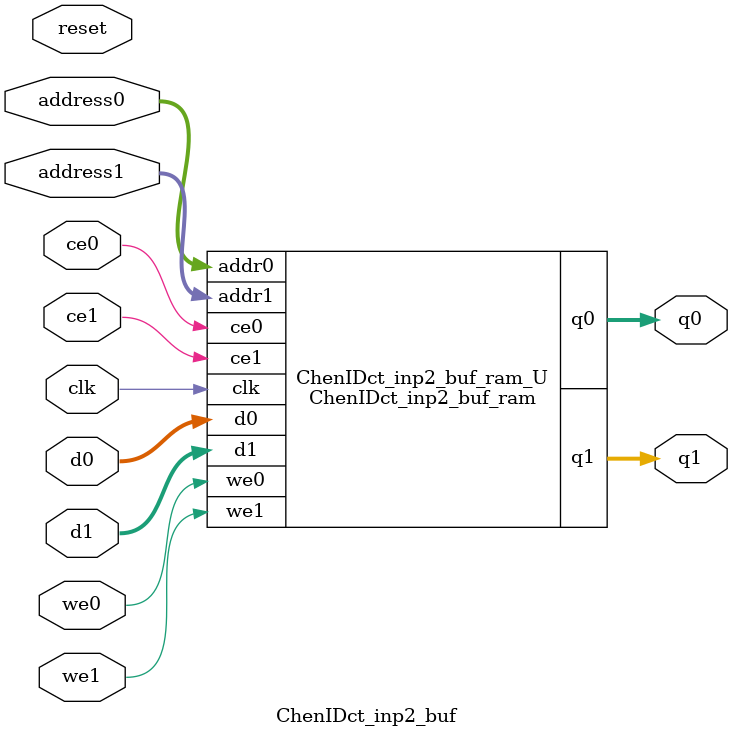
<source format=v>

`timescale 1 ns / 1 ps
module ChenIDct_inp2_buf_ram (addr0, ce0, d0, we0, q0, addr1, ce1, d1, we1, q1,  clk);

parameter DWIDTH = 32;
parameter AWIDTH = 6;
parameter MEM_SIZE = 64;

input[AWIDTH-1:0] addr0;
input ce0;
input[DWIDTH-1:0] d0;
input we0;
output reg[DWIDTH-1:0] q0;
input[AWIDTH-1:0] addr1;
input ce1;
input[DWIDTH-1:0] d1;
input we1;
output reg[DWIDTH-1:0] q1;
input clk;

(* ram_style = "block" *)reg [DWIDTH-1:0] ram[0:MEM_SIZE-1];




always @(posedge clk)  
begin 
    if (ce0) 
    begin
        if (we0) 
        begin 
            ram[addr0] <= d0; 
            q0 <= d0;
        end 
        else 
            q0 <= ram[addr0];
    end
end


always @(posedge clk)  
begin 
    if (ce1) 
    begin
        if (we1) 
        begin 
            ram[addr1] <= d1; 
            q1 <= d1;
        end 
        else 
            q1 <= ram[addr1];
    end
end


endmodule


`timescale 1 ns / 1 ps
module ChenIDct_inp2_buf(
    reset,
    clk,
    address0,
    ce0,
    we0,
    d0,
    q0,
    address1,
    ce1,
    we1,
    d1,
    q1);

parameter DataWidth = 32'd32;
parameter AddressRange = 32'd64;
parameter AddressWidth = 32'd6;
input reset;
input clk;
input[AddressWidth - 1:0] address0;
input ce0;
input we0;
input[DataWidth - 1:0] d0;
output[DataWidth - 1:0] q0;
input[AddressWidth - 1:0] address1;
input ce1;
input we1;
input[DataWidth - 1:0] d1;
output[DataWidth - 1:0] q1;



ChenIDct_inp2_buf_ram ChenIDct_inp2_buf_ram_U(
    .clk( clk ),
    .addr0( address0 ),
    .ce0( ce0 ),
    .d0( d0 ),
    .we0( we0 ),
    .q0( q0 ),
    .addr1( address1 ),
    .ce1( ce1 ),
    .d1( d1 ),
    .we1( we1 ),
    .q1( q1 ));

endmodule


</source>
